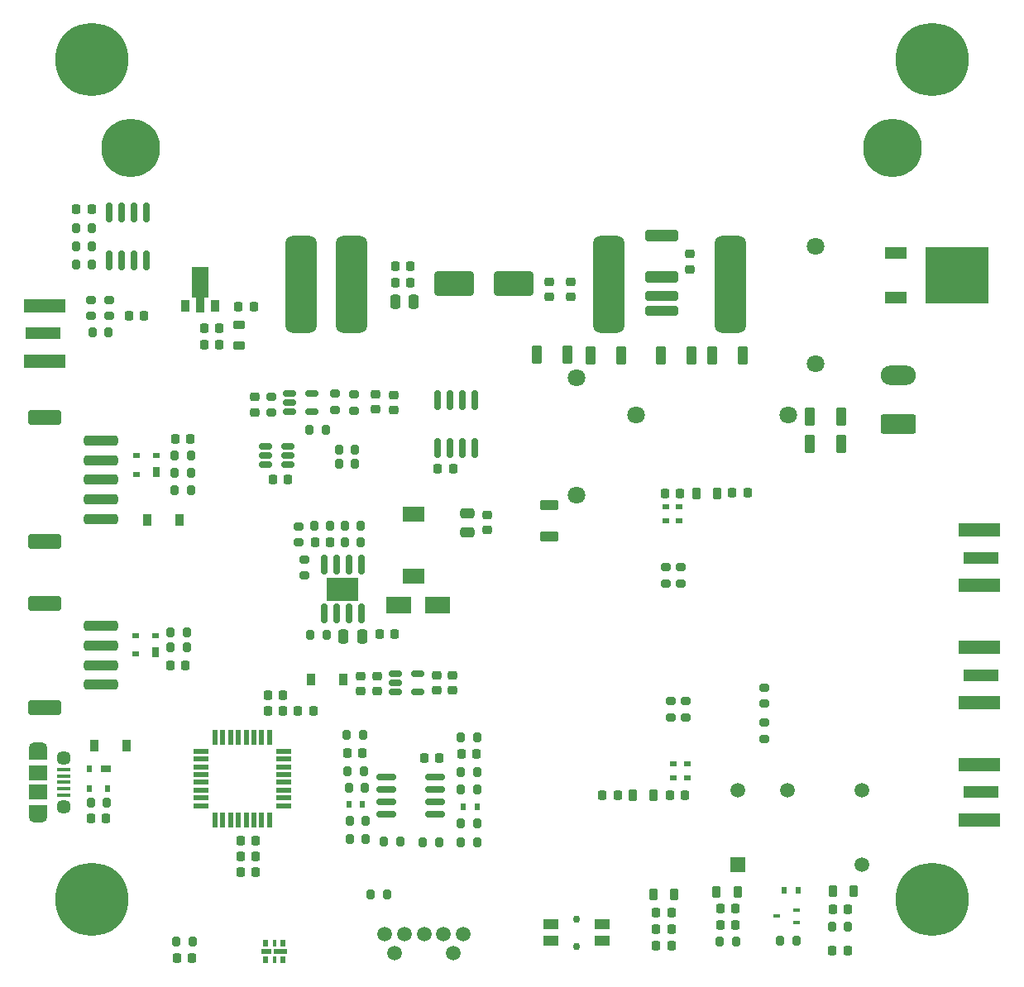
<source format=gbr>
%TF.GenerationSoftware,KiCad,Pcbnew,(6.0.9)*%
%TF.CreationDate,2022-11-09T00:10:41+00:00*%
%TF.ProjectId,Pi_TX_35W_PA,50695f54-585f-4333-9557-5f50412e6b69,rev?*%
%TF.SameCoordinates,Original*%
%TF.FileFunction,Soldermask,Top*%
%TF.FilePolarity,Negative*%
%FSLAX46Y46*%
G04 Gerber Fmt 4.6, Leading zero omitted, Abs format (unit mm)*
G04 Created by KiCad (PCBNEW (6.0.9)) date 2022-11-09 00:10:41*
%MOMM*%
%LPD*%
G01*
G04 APERTURE LIST*
G04 Aperture macros list*
%AMRoundRect*
0 Rectangle with rounded corners*
0 $1 Rounding radius*
0 $2 $3 $4 $5 $6 $7 $8 $9 X,Y pos of 4 corners*
0 Add a 4 corners polygon primitive as box body*
4,1,4,$2,$3,$4,$5,$6,$7,$8,$9,$2,$3,0*
0 Add four circle primitives for the rounded corners*
1,1,$1+$1,$2,$3*
1,1,$1+$1,$4,$5*
1,1,$1+$1,$6,$7*
1,1,$1+$1,$8,$9*
0 Add four rect primitives between the rounded corners*
20,1,$1+$1,$2,$3,$4,$5,0*
20,1,$1+$1,$4,$5,$6,$7,0*
20,1,$1+$1,$6,$7,$8,$9,0*
20,1,$1+$1,$8,$9,$2,$3,0*%
%AMFreePoly0*
4,1,9,3.862500,-0.866500,0.737500,-0.866500,0.737500,-0.450000,-0.737500,-0.450000,-0.737500,0.450000,0.737500,0.450000,0.737500,0.866500,3.862500,0.866500,3.862500,-0.866500,3.862500,-0.866500,$1*%
G04 Aperture macros list end*
%ADD10RoundRect,0.225000X-0.225000X-0.250000X0.225000X-0.250000X0.225000X0.250000X-0.225000X0.250000X0*%
%ADD11RoundRect,0.250000X-1.450000X0.250000X-1.450000X-0.250000X1.450000X-0.250000X1.450000X0.250000X0*%
%ADD12RoundRect,0.200000X0.275000X-0.200000X0.275000X0.200000X-0.275000X0.200000X-0.275000X-0.200000X0*%
%ADD13RoundRect,0.200000X-0.200000X-0.275000X0.200000X-0.275000X0.200000X0.275000X-0.200000X0.275000X0*%
%ADD14RoundRect,0.225000X0.225000X0.250000X-0.225000X0.250000X-0.225000X-0.250000X0.225000X-0.250000X0*%
%ADD15R,1.350000X0.400000*%
%ADD16R,1.900000X1.500000*%
%ADD17C,1.450000*%
%ADD18O,1.900000X1.200000*%
%ADD19R,1.900000X1.200000*%
%ADD20RoundRect,0.218750X0.218750X0.256250X-0.218750X0.256250X-0.218750X-0.256250X0.218750X-0.256250X0*%
%ADD21RoundRect,0.250000X-0.250000X-0.475000X0.250000X-0.475000X0.250000X0.475000X-0.250000X0.475000X0*%
%ADD22RoundRect,0.225000X-0.250000X0.225000X-0.250000X-0.225000X0.250000X-0.225000X0.250000X0.225000X0*%
%ADD23R,0.900000X1.300000*%
%ADD24FreePoly0,90.000000*%
%ADD25RoundRect,0.218750X-0.218750X-0.381250X0.218750X-0.381250X0.218750X0.381250X-0.218750X0.381250X0*%
%ADD26R,1.000000X0.700000*%
%ADD27R,0.600000X0.700000*%
%ADD28R,1.501140X1.501140*%
%ADD29C,1.501140*%
%ADD30C,1.500000*%
%ADD31RoundRect,0.200000X0.200000X0.275000X-0.200000X0.275000X-0.200000X-0.275000X0.200000X-0.275000X0*%
%ADD32RoundRect,0.150000X-0.825000X-0.150000X0.825000X-0.150000X0.825000X0.150000X-0.825000X0.150000X0*%
%ADD33RoundRect,0.250000X-0.275000X-0.700000X0.275000X-0.700000X0.275000X0.700000X-0.275000X0.700000X0*%
%ADD34R,2.200000X1.200000*%
%ADD35R,6.400000X5.800000*%
%ADD36R,3.600000X1.270000*%
%ADD37R,4.200000X1.350000*%
%ADD38R,0.700000X0.600000*%
%ADD39C,7.500000*%
%ADD40RoundRect,0.250000X0.275000X0.700000X-0.275000X0.700000X-0.275000X-0.700000X0.275000X-0.700000X0*%
%ADD41RoundRect,0.150000X0.150000X-0.825000X0.150000X0.825000X-0.150000X0.825000X-0.150000X-0.825000X0*%
%ADD42RoundRect,0.250000X-1.500000X0.250000X-1.500000X-0.250000X1.500000X-0.250000X1.500000X0.250000X0*%
%ADD43RoundRect,0.250001X-1.449999X0.499999X-1.449999X-0.499999X1.449999X-0.499999X1.449999X0.499999X0*%
%ADD44R,0.700000X1.000000*%
%ADD45RoundRect,0.250000X1.450000X-0.312500X1.450000X0.312500X-1.450000X0.312500X-1.450000X-0.312500X0*%
%ADD46RoundRect,0.218750X0.381250X-0.218750X0.381250X0.218750X-0.381250X0.218750X-0.381250X-0.218750X0*%
%ADD47C,1.800000*%
%ADD48RoundRect,0.200000X-0.275000X0.200000X-0.275000X-0.200000X0.275000X-0.200000X0.275000X0.200000X0*%
%ADD49RoundRect,0.250000X0.250000X0.475000X-0.250000X0.475000X-0.250000X-0.475000X0.250000X-0.475000X0*%
%ADD50RoundRect,0.150000X-0.150000X0.825000X-0.150000X-0.825000X0.150000X-0.825000X0.150000X0.825000X0*%
%ADD51R,3.300000X2.410000*%
%ADD52RoundRect,0.218750X0.218750X0.381250X-0.218750X0.381250X-0.218750X-0.381250X0.218750X-0.381250X0*%
%ADD53R,2.200000X1.500000*%
%ADD54RoundRect,0.218750X-0.218750X-0.256250X0.218750X-0.256250X0.218750X0.256250X-0.218750X0.256250X0*%
%ADD55RoundRect,0.250000X1.550000X-0.750000X1.550000X0.750000X-1.550000X0.750000X-1.550000X-0.750000X0*%
%ADD56O,3.600000X2.000000*%
%ADD57C,0.750000*%
%ADD58R,1.550000X1.000000*%
%ADD59RoundRect,0.225000X0.250000X-0.225000X0.250000X0.225000X-0.250000X0.225000X-0.250000X-0.225000X0*%
%ADD60R,1.600000X0.550000*%
%ADD61R,0.550000X1.600000*%
%ADD62R,0.900000X1.200000*%
%ADD63R,0.700000X0.450000*%
%ADD64RoundRect,0.150000X-0.512500X-0.150000X0.512500X-0.150000X0.512500X0.150000X-0.512500X0.150000X0*%
%ADD65RoundRect,0.250000X1.750000X1.000000X-1.750000X1.000000X-1.750000X-1.000000X1.750000X-1.000000X0*%
%ADD66R,2.500000X1.800000*%
%ADD67RoundRect,0.250000X-0.475000X0.250000X-0.475000X-0.250000X0.475000X-0.250000X0.475000X0.250000X0*%
%ADD68R,1.000000X0.500000*%
%ADD69R,0.500000X0.800000*%
%ADD70R,0.300000X0.800000*%
%ADD71R,1.480000X0.500000*%
%ADD72RoundRect,0.250000X-0.700000X0.275000X-0.700000X-0.275000X0.700000X-0.275000X0.700000X0.275000X0*%
%ADD73RoundRect,0.800000X-0.800000X-4.200000X0.800000X-4.200000X0.800000X4.200000X-0.800000X4.200000X0*%
%ADD74C,6.000000*%
G04 APERTURE END LIST*
D10*
%TO.C,C50*%
X164775000Y-144300000D03*
X166325000Y-144300000D03*
%TD*%
D11*
%TO.C,R36*%
X165300000Y-81200000D03*
X165300000Y-82700000D03*
%TD*%
D12*
%TO.C,R39*%
X108800000Y-83225000D03*
X108800000Y-81575000D03*
%TD*%
D13*
%TO.C,R26*%
X132875000Y-104700000D03*
X134525000Y-104700000D03*
%TD*%
D10*
%TO.C,C15*%
X129825000Y-106400000D03*
X131375000Y-106400000D03*
%TD*%
D14*
%TO.C,C53*%
X172900000Y-145600000D03*
X171350000Y-145600000D03*
%TD*%
D15*
%TO.C,J1*%
X104162500Y-129700000D03*
X104162500Y-130350000D03*
X104162500Y-131000000D03*
X104162500Y-131650000D03*
X104162500Y-132300000D03*
D16*
X101462500Y-130000000D03*
D17*
X104162500Y-128500000D03*
D18*
X101462500Y-127500000D03*
D16*
X101462500Y-132000000D03*
D19*
X101462500Y-133900000D03*
D18*
X101462500Y-134500000D03*
D17*
X104162500Y-133500000D03*
D19*
X101462500Y-128100000D03*
%TD*%
D14*
%TO.C,C14*%
X137975000Y-115800000D03*
X136425000Y-115800000D03*
%TD*%
D20*
%TO.C,D17*%
X184387500Y-148200000D03*
X182812500Y-148200000D03*
%TD*%
D21*
%TO.C,C32*%
X138075000Y-81800000D03*
X139975000Y-81800000D03*
%TD*%
D22*
%TO.C,C25*%
X142300000Y-120025000D03*
X142300000Y-121575000D03*
%TD*%
D23*
%TO.C,U9*%
X116600000Y-82187500D03*
D24*
X118100000Y-82100000D03*
D23*
X119600000Y-82187500D03*
%TD*%
D25*
%TO.C,L9*%
X162375000Y-132300000D03*
X164500000Y-132300000D03*
%TD*%
D26*
%TO.C,D1*%
X108450000Y-129600000D03*
D27*
X106750000Y-129600000D03*
X106750000Y-131600000D03*
X108650000Y-131600000D03*
%TD*%
D10*
%TO.C,C16*%
X125525000Y-100000000D03*
X127075000Y-100000000D03*
%TD*%
D28*
%TO.C,K1*%
X173092500Y-139457500D03*
D29*
X185792500Y-139457500D03*
X185792500Y-131837500D03*
X178172500Y-131837500D03*
X173092500Y-131837500D03*
%TD*%
D30*
%TO.C,J2*%
X144000000Y-148500000D03*
X138000000Y-148500000D03*
X137000000Y-146500000D03*
X139000000Y-146500000D03*
X141000000Y-146500000D03*
X143000000Y-146500000D03*
X145000000Y-146500000D03*
%TD*%
D14*
%TO.C,C12*%
X146375000Y-128065000D03*
X144825000Y-128065000D03*
%TD*%
D31*
%TO.C,R38*%
X108725000Y-84900000D03*
X107075000Y-84900000D03*
%TD*%
D32*
%TO.C,U3*%
X137150000Y-130460000D03*
X137150000Y-131730000D03*
X137150000Y-133000000D03*
X137150000Y-134270000D03*
X142100000Y-134270000D03*
X142100000Y-133000000D03*
X142100000Y-131730000D03*
X142100000Y-130460000D03*
%TD*%
D33*
%TO.C,C40*%
X180525000Y-96300000D03*
X183675000Y-96300000D03*
%TD*%
D10*
%TO.C,C51*%
X166162500Y-132300000D03*
X167712500Y-132300000D03*
%TD*%
D13*
%TO.C,R48*%
X182775000Y-145800000D03*
X184425000Y-145800000D03*
%TD*%
D34*
%TO.C,Q1*%
X189275000Y-76795000D03*
D35*
X195575000Y-79075000D03*
D34*
X189275000Y-81355000D03*
%TD*%
D36*
%TO.C,J7*%
X198050000Y-108000000D03*
D37*
X197850000Y-110825000D03*
X197850000Y-105175000D03*
%TD*%
D10*
%TO.C,C26*%
X142425000Y-98900000D03*
X143975000Y-98900000D03*
%TD*%
D38*
%TO.C,D15*%
X167937500Y-129100000D03*
X167937500Y-130500000D03*
%TD*%
D13*
%TO.C,R2*%
X135575000Y-142500000D03*
X137225000Y-142500000D03*
%TD*%
%TO.C,R20*%
X133300000Y-131565000D03*
X134950000Y-131565000D03*
%TD*%
D39*
%TO.C,H3*%
X107000000Y-57000000D03*
%TD*%
D40*
%TO.C,C41*%
X168375000Y-87300000D03*
X165225000Y-87300000D03*
%TD*%
D25*
%TO.C,L8*%
X168875000Y-101400000D03*
X171000000Y-101400000D03*
%TD*%
D41*
%TO.C,U2*%
X108795000Y-77575000D03*
X110065000Y-77575000D03*
X111335000Y-77575000D03*
X112605000Y-77575000D03*
X112605000Y-72625000D03*
X111335000Y-72625000D03*
X110065000Y-72625000D03*
X108795000Y-72625000D03*
%TD*%
D14*
%TO.C,C35*%
X123575000Y-82237500D03*
X122025000Y-82237500D03*
%TD*%
D27*
%TO.C,D16*%
X177875000Y-142050000D03*
X179275000Y-142050000D03*
%TD*%
D13*
%TO.C,R9*%
X105375000Y-78000000D03*
X107025000Y-78000000D03*
%TD*%
D14*
%TO.C,C7*%
X116575000Y-119000000D03*
X115025000Y-119000000D03*
%TD*%
D31*
%TO.C,R5*%
X117125000Y-99300000D03*
X115475000Y-99300000D03*
%TD*%
D42*
%TO.C,J3*%
X107950000Y-96000000D03*
X107950000Y-98000000D03*
X107950000Y-100000000D03*
X107950000Y-102000000D03*
X107950000Y-104000000D03*
D43*
X102200000Y-106350000D03*
X102200000Y-93650000D03*
%TD*%
D13*
%TO.C,R47*%
X177475000Y-147250000D03*
X179125000Y-147250000D03*
%TD*%
D10*
%TO.C,C49*%
X164775000Y-146000000D03*
X166325000Y-146000000D03*
%TD*%
D36*
%TO.C,J8*%
X198050000Y-120000000D03*
D37*
X197850000Y-117175000D03*
X197850000Y-122825000D03*
%TD*%
D33*
%TO.C,C42*%
X158025000Y-87300000D03*
X161175000Y-87300000D03*
%TD*%
D13*
%TO.C,R21*%
X144800000Y-131765000D03*
X146450000Y-131765000D03*
%TD*%
D22*
%TO.C,C33*%
X156000000Y-79725000D03*
X156000000Y-81275000D03*
%TD*%
D31*
%TO.C,R33*%
X130925000Y-94900000D03*
X129275000Y-94900000D03*
%TD*%
D44*
%TO.C,D4*%
X113600000Y-99250000D03*
D38*
X113600000Y-97550000D03*
X111600000Y-97550000D03*
X111600000Y-99450000D03*
%TD*%
D13*
%TO.C,R34*%
X132275000Y-96900000D03*
X133925000Y-96900000D03*
%TD*%
D12*
%TO.C,R32*%
X125400000Y-93125000D03*
X125400000Y-91475000D03*
%TD*%
D31*
%TO.C,R28*%
X131025000Y-115900000D03*
X129375000Y-115900000D03*
%TD*%
D45*
%TO.C,L3*%
X165300000Y-79237500D03*
X165300000Y-74962500D03*
%TD*%
D14*
%TO.C,C1*%
X126575000Y-122100000D03*
X125025000Y-122100000D03*
%TD*%
D46*
%TO.C,L4*%
X122100000Y-86262500D03*
X122100000Y-84137500D03*
%TD*%
D31*
%TO.C,R27*%
X134525000Y-106400000D03*
X132875000Y-106400000D03*
%TD*%
D13*
%TO.C,R24*%
X133100000Y-126165000D03*
X134750000Y-126165000D03*
%TD*%
D14*
%TO.C,C9*%
X106975000Y-72300000D03*
X105425000Y-72300000D03*
%TD*%
D39*
%TO.C,H2*%
X193000000Y-57000000D03*
%TD*%
D47*
%TO.C,L7*%
X156600000Y-89600000D03*
X156600000Y-101600000D03*
%TD*%
D48*
%TO.C,R35*%
X131900000Y-91175000D03*
X131900000Y-92825000D03*
%TD*%
D49*
%TO.C,C13*%
X134650000Y-116100000D03*
X132750000Y-116100000D03*
%TD*%
D50*
%TO.C,U4*%
X134580000Y-108725000D03*
X133310000Y-108725000D03*
X132040000Y-108725000D03*
X130770000Y-108725000D03*
X130770000Y-113675000D03*
X132040000Y-113675000D03*
X133310000Y-113675000D03*
X134580000Y-113675000D03*
D51*
X132675000Y-111200000D03*
%TD*%
D52*
%TO.C,L12*%
X184962500Y-142100000D03*
X182837500Y-142100000D03*
%TD*%
D22*
%TO.C,C23*%
X136200000Y-120100000D03*
X136200000Y-121650000D03*
%TD*%
D53*
%TO.C,L2*%
X139900000Y-103500000D03*
X139900000Y-109900000D03*
%TD*%
D54*
%TO.C,D3*%
X115712500Y-149000000D03*
X117287500Y-149000000D03*
%TD*%
D55*
%TO.C,J5*%
X189522500Y-94300000D03*
D56*
X189522500Y-89300000D03*
%TD*%
D57*
%TO.C,SW1*%
X156600000Y-145025000D03*
X156600000Y-147775000D03*
D58*
X159225000Y-147250000D03*
X153975000Y-147250000D03*
X159225000Y-145550000D03*
X153975000Y-145550000D03*
%TD*%
D59*
%TO.C,C27*%
X168200000Y-78450000D03*
X168200000Y-76900000D03*
%TD*%
D33*
%TO.C,C39*%
X180525000Y-93500000D03*
X183675000Y-93500000D03*
%TD*%
D31*
%TO.C,R8*%
X117125000Y-101100000D03*
X115475000Y-101100000D03*
%TD*%
D60*
%TO.C,U1*%
X126650000Y-133400000D03*
X126650000Y-132600000D03*
X126650000Y-131800000D03*
X126650000Y-131000000D03*
X126650000Y-130200000D03*
X126650000Y-129400000D03*
X126650000Y-128600000D03*
X126650000Y-127800000D03*
D61*
X125200000Y-126350000D03*
X124400000Y-126350000D03*
X123600000Y-126350000D03*
X122800000Y-126350000D03*
X122000000Y-126350000D03*
X121200000Y-126350000D03*
X120400000Y-126350000D03*
X119600000Y-126350000D03*
D60*
X118150000Y-127800000D03*
X118150000Y-128600000D03*
X118150000Y-129400000D03*
X118150000Y-130200000D03*
X118150000Y-131000000D03*
X118150000Y-131800000D03*
X118150000Y-132600000D03*
X118150000Y-133400000D03*
D61*
X119600000Y-134850000D03*
X120400000Y-134850000D03*
X121200000Y-134850000D03*
X122000000Y-134850000D03*
X122800000Y-134850000D03*
X123600000Y-134850000D03*
X124400000Y-134850000D03*
X125200000Y-134850000D03*
%TD*%
D31*
%TO.C,R18*%
X135050000Y-134965000D03*
X133400000Y-134965000D03*
%TD*%
D13*
%TO.C,R7*%
X105375000Y-76100000D03*
X107025000Y-76100000D03*
%TD*%
D38*
%TO.C,D13*%
X165737500Y-104200000D03*
X165737500Y-102800000D03*
%TD*%
D20*
%TO.C,L1*%
X129687500Y-123700000D03*
X128112500Y-123700000D03*
%TD*%
D14*
%TO.C,C29*%
X112375000Y-83200000D03*
X110825000Y-83200000D03*
%TD*%
D48*
%TO.C,R30*%
X128200000Y-104775000D03*
X128200000Y-106425000D03*
%TD*%
D31*
%TO.C,R14*%
X146425000Y-137100000D03*
X144775000Y-137100000D03*
%TD*%
D62*
%TO.C,D11*%
X115950000Y-104100000D03*
X112650000Y-104100000D03*
%TD*%
D14*
%TO.C,C8*%
X117075000Y-95800000D03*
X115525000Y-95800000D03*
%TD*%
D40*
%TO.C,C38*%
X173675000Y-87300000D03*
X170525000Y-87300000D03*
%TD*%
D48*
%TO.C,R41*%
X165800000Y-108975000D03*
X165800000Y-110625000D03*
%TD*%
D50*
%TO.C,U8*%
X146205000Y-91825000D03*
X144935000Y-91825000D03*
X143665000Y-91825000D03*
X142395000Y-91825000D03*
X142395000Y-96775000D03*
X143665000Y-96775000D03*
X144935000Y-96775000D03*
X146205000Y-96775000D03*
%TD*%
D10*
%TO.C,C47*%
X172562500Y-101300000D03*
X174112500Y-101300000D03*
%TD*%
D47*
%TO.C,L6*%
X178250000Y-93400000D03*
X162750000Y-93400000D03*
%TD*%
D22*
%TO.C,C24*%
X143900000Y-120025000D03*
X143900000Y-121575000D03*
%TD*%
D63*
%TO.C,Q2*%
X179100000Y-145350000D03*
X179100000Y-144050000D03*
X177100000Y-144700000D03*
%TD*%
D14*
%TO.C,C5*%
X123775000Y-140200000D03*
X122225000Y-140200000D03*
%TD*%
D48*
%TO.C,R44*%
X166300000Y-122700000D03*
X166300000Y-124350000D03*
%TD*%
D10*
%TO.C,C30*%
X118525000Y-86200000D03*
X120075000Y-86200000D03*
%TD*%
D12*
%TO.C,R37*%
X106900000Y-83225000D03*
X106900000Y-81575000D03*
%TD*%
D22*
%TO.C,C36*%
X153800000Y-79725000D03*
X153800000Y-81275000D03*
%TD*%
D31*
%TO.C,R17*%
X142525000Y-137100000D03*
X140875000Y-137100000D03*
%TD*%
D14*
%TO.C,C4*%
X123775000Y-138600000D03*
X122225000Y-138600000D03*
%TD*%
D42*
%TO.C,J4*%
X107950000Y-115000000D03*
X107950000Y-117000000D03*
X107950000Y-119000000D03*
X107950000Y-121000000D03*
D43*
X102200000Y-112650000D03*
X102200000Y-123350000D03*
%TD*%
D31*
%TO.C,R46*%
X172950000Y-147300000D03*
X171300000Y-147300000D03*
%TD*%
D64*
%TO.C,U7*%
X138062500Y-119850000D03*
X138062500Y-120800000D03*
X138062500Y-121750000D03*
X140337500Y-121750000D03*
X140337500Y-119850000D03*
%TD*%
D48*
%TO.C,R31*%
X128800000Y-108175000D03*
X128800000Y-109825000D03*
%TD*%
D31*
%TO.C,R13*%
X138550000Y-137065000D03*
X136900000Y-137065000D03*
%TD*%
D14*
%TO.C,C52*%
X172900000Y-143900000D03*
X171350000Y-143900000D03*
%TD*%
D10*
%TO.C,C11*%
X133150000Y-127965000D03*
X134700000Y-127965000D03*
%TD*%
D25*
%TO.C,L10*%
X164512500Y-142500000D03*
X166637500Y-142500000D03*
%TD*%
D13*
%TO.C,R3*%
X115675000Y-147300000D03*
X117325000Y-147300000D03*
%TD*%
D12*
%TO.C,R12*%
X133800000Y-92925000D03*
X133800000Y-91275000D03*
%TD*%
D13*
%TO.C,R19*%
X144800000Y-135165000D03*
X146450000Y-135165000D03*
%TD*%
D48*
%TO.C,R40*%
X167300000Y-108975000D03*
X167300000Y-110625000D03*
%TD*%
D25*
%TO.C,L11*%
X170962500Y-142200000D03*
X173087500Y-142200000D03*
%TD*%
D27*
%TO.C,D6*%
X145025000Y-133465000D03*
X146425000Y-133465000D03*
%TD*%
D10*
%TO.C,C34*%
X138050000Y-79800000D03*
X139600000Y-79800000D03*
%TD*%
D65*
%TO.C,C31*%
X150150000Y-79900000D03*
X144050000Y-79900000D03*
%TD*%
D31*
%TO.C,R25*%
X146450000Y-126365000D03*
X144800000Y-126365000D03*
%TD*%
%TO.C,R11*%
X116700000Y-117200000D03*
X115050000Y-117200000D03*
%TD*%
D14*
%TO.C,C48*%
X160812500Y-132300000D03*
X159262500Y-132300000D03*
%TD*%
D64*
%TO.C,U5*%
X124762500Y-96550000D03*
X124762500Y-97500000D03*
X124762500Y-98450000D03*
X127037500Y-98450000D03*
X127037500Y-97500000D03*
X127037500Y-96550000D03*
%TD*%
D31*
%TO.C,R4*%
X117125000Y-97500000D03*
X115475000Y-97500000D03*
%TD*%
D10*
%TO.C,C54*%
X182825000Y-144000000D03*
X184375000Y-144000000D03*
%TD*%
D66*
%TO.C,D8*%
X142400000Y-112800000D03*
X138400000Y-112800000D03*
%TD*%
D48*
%TO.C,R43*%
X175800000Y-124875000D03*
X175800000Y-126525000D03*
%TD*%
D13*
%TO.C,R29*%
X129775000Y-104700000D03*
X131425000Y-104700000D03*
%TD*%
%TO.C,R22*%
X144800000Y-129965000D03*
X146450000Y-129965000D03*
%TD*%
D39*
%TO.C,H1*%
X107000000Y-143000000D03*
%TD*%
D62*
%TO.C,D9*%
X132750000Y-120500000D03*
X129450000Y-120500000D03*
%TD*%
D67*
%TO.C,C17*%
X145437500Y-103475000D03*
X145437500Y-105375000D03*
%TD*%
D10*
%TO.C,C37*%
X138050000Y-78100000D03*
X139600000Y-78100000D03*
%TD*%
D22*
%TO.C,C21*%
X134500000Y-120100000D03*
X134500000Y-121650000D03*
%TD*%
D48*
%TO.C,R45*%
X167800000Y-122675000D03*
X167800000Y-124325000D03*
%TD*%
D31*
%TO.C,R23*%
X134850000Y-129865000D03*
X133200000Y-129865000D03*
%TD*%
D22*
%TO.C,C19*%
X123700000Y-91525000D03*
X123700000Y-93075000D03*
%TD*%
D14*
%TO.C,C44*%
X167212500Y-101400000D03*
X165662500Y-101400000D03*
%TD*%
D22*
%TO.C,C20*%
X136000000Y-91225000D03*
X136000000Y-92775000D03*
%TD*%
%TO.C,C18*%
X147437500Y-103600000D03*
X147437500Y-105150000D03*
%TD*%
D39*
%TO.C,H4*%
X193000000Y-143000000D03*
%TD*%
D68*
%TO.C,D2*%
X124860000Y-148300000D03*
D69*
X124800000Y-149150000D03*
D70*
X125700000Y-149150000D03*
D69*
X126600000Y-149150000D03*
X126600000Y-147450000D03*
D70*
X125700000Y-147450000D03*
D69*
X124800000Y-147450000D03*
D71*
X126300000Y-148300000D03*
%TD*%
D14*
%TO.C,C6*%
X123800000Y-137000000D03*
X122250000Y-137000000D03*
%TD*%
D10*
%TO.C,C46*%
X164775000Y-147700000D03*
X166325000Y-147700000D03*
%TD*%
D14*
%TO.C,C10*%
X142600000Y-128465000D03*
X141050000Y-128465000D03*
%TD*%
D31*
%TO.C,R10*%
X116700000Y-115600000D03*
X115050000Y-115600000D03*
%TD*%
D13*
%TO.C,R15*%
X132275000Y-98400000D03*
X133925000Y-98400000D03*
%TD*%
D44*
%TO.C,D5*%
X113500000Y-117650000D03*
D38*
X113500000Y-115950000D03*
X111500000Y-115950000D03*
X111500000Y-117850000D03*
%TD*%
D64*
%TO.C,U6*%
X127262500Y-91150000D03*
X127262500Y-92100000D03*
X127262500Y-93050000D03*
X129537500Y-93050000D03*
X129537500Y-91150000D03*
%TD*%
D72*
%TO.C,C45*%
X153800000Y-102625000D03*
X153800000Y-105775000D03*
%TD*%
D38*
%TO.C,D14*%
X166537500Y-130500000D03*
X166537500Y-129100000D03*
%TD*%
D22*
%TO.C,C22*%
X137900000Y-91325000D03*
X137900000Y-92875000D03*
%TD*%
D12*
%TO.C,R42*%
X175800000Y-122925000D03*
X175800000Y-121275000D03*
%TD*%
D10*
%TO.C,C28*%
X118525000Y-84500000D03*
X120075000Y-84500000D03*
%TD*%
D62*
%TO.C,D10*%
X110550000Y-127200000D03*
X107250000Y-127200000D03*
%TD*%
D10*
%TO.C,C2*%
X106925000Y-134700000D03*
X108475000Y-134700000D03*
%TD*%
D13*
%TO.C,R1*%
X106875000Y-133100000D03*
X108525000Y-133100000D03*
%TD*%
D27*
%TO.C,D7*%
X134725000Y-133265000D03*
X133325000Y-133265000D03*
%TD*%
D73*
%TO.C,U10*%
X128400000Y-80000000D03*
X133600000Y-80000000D03*
X159900000Y-80000000D03*
X172400000Y-80000000D03*
D74*
X111000000Y-66000000D03*
X189000000Y-66000000D03*
%TD*%
D36*
%TO.C,J9*%
X198050000Y-132000000D03*
D37*
X197850000Y-129175000D03*
X197850000Y-134825000D03*
%TD*%
D31*
%TO.C,R16*%
X135050000Y-136765000D03*
X133400000Y-136765000D03*
%TD*%
D47*
%TO.C,L5*%
X181100000Y-76100000D03*
X181100000Y-88100000D03*
%TD*%
D13*
%TO.C,R6*%
X105375000Y-74200000D03*
X107025000Y-74200000D03*
%TD*%
D36*
%TO.C,J6*%
X102000000Y-85000000D03*
D37*
X102200000Y-87825000D03*
X102200000Y-82175000D03*
%TD*%
D40*
%TO.C,C43*%
X155675000Y-87200000D03*
X152525000Y-87200000D03*
%TD*%
D14*
%TO.C,C3*%
X126575000Y-123700000D03*
X125025000Y-123700000D03*
%TD*%
D38*
%TO.C,D12*%
X167137500Y-102800000D03*
X167137500Y-104200000D03*
%TD*%
M02*

</source>
